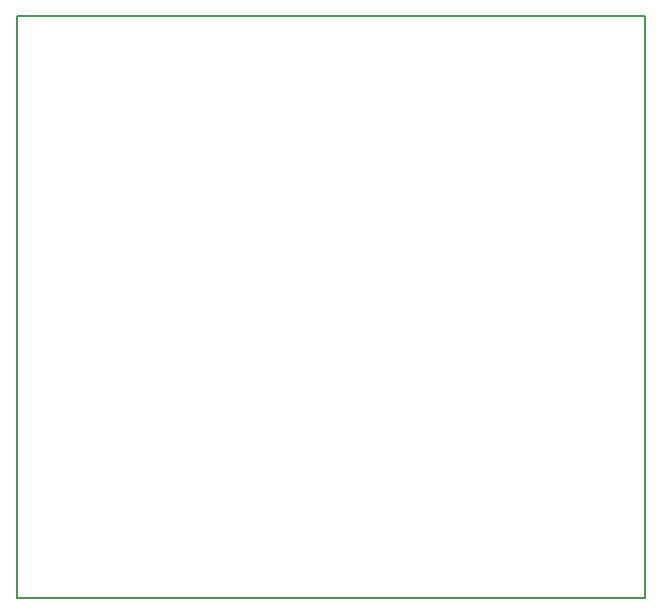
<source format=gbr>
G04 #@! TF.FileFunction,Profile,NP*
%FSLAX46Y46*%
G04 Gerber Fmt 4.6, Leading zero omitted, Abs format (unit mm)*
G04 Created by KiCad (PCBNEW 4.0.6) date 01/08/18 13:51:24*
%MOMM*%
%LPD*%
G01*
G04 APERTURE LIST*
%ADD10C,0.101600*%
%ADD11C,0.150000*%
G04 APERTURE END LIST*
D10*
D11*
X109601000Y-80137000D02*
X109601000Y-129413000D01*
X162814000Y-80137000D02*
X109601000Y-80137000D01*
X162814000Y-129413000D02*
X162814000Y-80137000D01*
X109601000Y-129413000D02*
X162814000Y-129413000D01*
M02*

</source>
